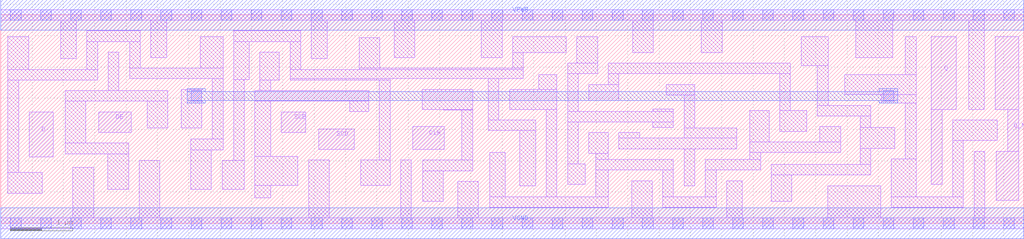
<source format=lef>
# Copyright 2020 The SkyWater PDK Authors
#
# Licensed under the Apache License, Version 2.0 (the "License");
# you may not use this file except in compliance with the License.
# You may obtain a copy of the License at
#
#     https://www.apache.org/licenses/LICENSE-2.0
#
# Unless required by applicable law or agreed to in writing, software
# distributed under the License is distributed on an "AS IS" BASIS,
# WITHOUT WARRANTIES OR CONDITIONS OF ANY KIND, either express or implied.
# See the License for the specific language governing permissions and
# limitations under the License.
#
# SPDX-License-Identifier: Apache-2.0

VERSION 5.7 ;
  NOWIREEXTENSIONATPIN ON ;
  DIVIDERCHAR "/" ;
  BUSBITCHARS "[]" ;
UNITS
  DATABASE MICRONS 200 ;
END UNITS
MACRO sky130_fd_sc_hs__sedfxbp_1
  CLASS CORE ;
  FOREIGN sky130_fd_sc_hs__sedfxbp_1 ;
  ORIGIN  0.000000  0.000000 ;
  SIZE  16.32000 BY  3.330000 ;
  SYMMETRY X Y ;
  SITE unit ;
  PIN D
    ANTENNAGATEAREA  0.159000 ;
    DIRECTION INPUT ;
    USE SIGNAL ;
    PORT
      LAYER li1 ;
        RECT 0.455000 1.060000 0.835000 1.780000 ;
    END
  END D
  PIN DE
    ANTENNAGATEAREA  0.318000 ;
    DIRECTION INPUT ;
    USE SIGNAL ;
    PORT
      LAYER li1 ;
        RECT 1.565000 1.450000 2.085000 1.780000 ;
    END
  END DE
  PIN Q
    ANTENNADIFFAREA  0.541300 ;
    DIRECTION OUTPUT ;
    USE SIGNAL ;
    PORT
      LAYER li1 ;
        RECT 14.845000 0.620000 15.015000 1.820000 ;
        RECT 14.845000 1.820000 15.240000 2.980000 ;
    END
  END Q
  PIN Q_N
    ANTENNADIFFAREA  0.541300 ;
    DIRECTION OUTPUT ;
    USE SIGNAL ;
    PORT
      LAYER li1 ;
        RECT 15.860000 1.820000 16.235000 2.980000 ;
        RECT 15.875000 0.370000 16.235000 1.150000 ;
        RECT 16.065000 1.150000 16.235000 1.820000 ;
    END
  END Q_N
  PIN SCD
    ANTENNAGATEAREA  0.159000 ;
    DIRECTION INPUT ;
    USE SIGNAL ;
    PORT
      LAYER li1 ;
        RECT 5.075000 1.180000 5.635000 1.510000 ;
    END
  END SCD
  PIN SCE
    ANTENNAGATEAREA  0.318000 ;
    DIRECTION INPUT ;
    USE SIGNAL ;
    PORT
      LAYER li1 ;
        RECT 4.475000 1.450000 4.865000 1.780000 ;
    END
  END SCE
  PIN CLK
    ANTENNAGATEAREA  0.279000 ;
    DIRECTION INPUT ;
    USE CLOCK ;
    PORT
      LAYER li1 ;
        RECT 6.575000 1.180000 7.075000 1.550000 ;
    END
  END CLK
  PIN VGND
    DIRECTION INOUT ;
    USE GROUND ;
    PORT
      LAYER met1 ;
        RECT 0.000000 -0.245000 16.320000 0.245000 ;
    END
  END VGND
  PIN VPWR
    DIRECTION INOUT ;
    USE POWER ;
    PORT
      LAYER met1 ;
        RECT 0.000000 3.085000 16.320000 3.575000 ;
    END
  END VPWR
  OBS
    LAYER li1 ;
      RECT  0.000000 -0.085000 16.320000 0.085000 ;
      RECT  0.000000  3.245000 16.320000 3.415000 ;
      RECT  0.115000  0.480000  0.660000 0.810000 ;
      RECT  0.115000  0.810000  0.285000 2.290000 ;
      RECT  0.115000  2.290000  1.545000 2.460000 ;
      RECT  0.115000  2.460000  0.445000 2.980000 ;
      RECT  0.955000  2.630000  1.205000 3.245000 ;
      RECT  1.025000  1.110000  2.040000 1.280000 ;
      RECT  1.025000  1.280000  1.355000 1.950000 ;
      RECT  1.025000  1.950000  2.665000 2.120000 ;
      RECT  1.150000  0.085000  1.480000 0.890000 ;
      RECT  1.375000  2.460000  1.545000 2.905000 ;
      RECT  1.375000  2.905000  2.225000 3.075000 ;
      RECT  1.710000  0.545000  2.040000 1.110000 ;
      RECT  1.715000  2.120000  1.885000 2.735000 ;
      RECT  2.055000  2.310000  3.545000 2.480000 ;
      RECT  2.055000  2.480000  2.225000 2.905000 ;
      RECT  2.210000  0.085000  2.540000 1.005000 ;
      RECT  2.335000  1.525000  2.665000 1.950000 ;
      RECT  2.395000  2.650000  2.645000 3.245000 ;
      RECT  2.875000  1.525000  3.205000 2.140000 ;
      RECT  3.030000  0.545000  3.360000 1.175000 ;
      RECT  3.030000  1.175000  3.545000 1.345000 ;
      RECT  3.185000  2.480000  3.545000 2.980000 ;
      RECT  3.375000  1.345000  3.545000 2.310000 ;
      RECT  3.530000  0.545000  3.885000 1.005000 ;
      RECT  3.715000  1.005000  3.885000 2.300000 ;
      RECT  3.715000  2.300000  3.965000 2.905000 ;
      RECT  3.715000  2.905000  4.785000 3.075000 ;
      RECT  4.055000  0.410000  4.305000 0.605000 ;
      RECT  4.055000  0.605000  4.740000 1.065000 ;
      RECT  4.055000  1.065000  4.305000 1.950000 ;
      RECT  4.055000  1.950000  5.870000 2.120000 ;
      RECT  4.135000  2.120000  4.305000 2.290000 ;
      RECT  4.135000  2.290000  4.445000 2.735000 ;
      RECT  4.615000  2.290000  6.210000 2.310000 ;
      RECT  4.615000  2.310000  8.335000 2.460000 ;
      RECT  4.615000  2.460000  4.785000 2.905000 ;
      RECT  4.910000  0.085000  5.240000 1.010000 ;
      RECT  4.955000  2.630000  5.205000 3.245000 ;
      RECT  5.565000  1.790000  5.870000 1.950000 ;
      RECT  5.715000  2.460000  8.335000 2.480000 ;
      RECT  5.715000  2.480000  6.045000 2.970000 ;
      RECT  5.740000  0.605000  6.210000 1.010000 ;
      RECT  6.040000  1.010000  6.210000 2.290000 ;
      RECT  6.275000  2.650000  6.605000 3.245000 ;
      RECT  6.380000  0.085000  6.550000 1.010000 ;
      RECT  6.725000  1.820000  7.525000 2.140000 ;
      RECT  6.730000  0.350000  7.060000 0.840000 ;
      RECT  6.730000  0.840000  7.525000 1.010000 ;
      RECT  7.055000  1.810000  7.525000 1.820000 ;
      RECT  7.290000  0.085000  7.620000 0.670000 ;
      RECT  7.355000  1.010000  7.525000 1.810000 ;
      RECT  7.665000  2.650000  7.995000 3.245000 ;
      RECT  7.775000  1.480000  8.530000 1.650000 ;
      RECT  7.775000  1.650000  7.945000 2.310000 ;
      RECT  7.800000  0.255000  9.690000 0.425000 ;
      RECT  7.800000  0.425000  8.050000 1.130000 ;
      RECT  8.115000  1.820000  8.870000 2.140000 ;
      RECT  8.165000  2.480000  8.335000 2.730000 ;
      RECT  8.165000  2.730000  9.020000 2.980000 ;
      RECT  8.280000  0.595000  8.530000 1.480000 ;
      RECT  8.585000  2.140000  8.870000 2.380000 ;
      RECT  8.700000  0.425000  8.870000 1.820000 ;
      RECT  9.040000  0.620000  9.320000 0.950000 ;
      RECT  9.040000  0.950000  9.210000 1.620000 ;
      RECT  9.040000  1.620000 10.730000 1.790000 ;
      RECT  9.040000  1.790000  9.210000 2.390000 ;
      RECT  9.040000  2.390000  9.520000 2.560000 ;
      RECT  9.190000  2.560000  9.520000 2.980000 ;
      RECT  9.380000  1.120000  9.690000 1.450000 ;
      RECT  9.380000  1.960000  9.860000 2.220000 ;
      RECT  9.490000  0.425000  9.690000 0.850000 ;
      RECT  9.490000  0.850000 10.730000 1.020000 ;
      RECT  9.490000  1.020000  9.690000 1.120000 ;
      RECT  9.690000  2.220000  9.860000 2.390000 ;
      RECT  9.690000  2.390000 12.595000 2.560000 ;
      RECT  9.860000  1.190000 11.740000 1.360000 ;
      RECT  9.860000  1.360000 10.190000 1.450000 ;
      RECT 10.065000  0.085000 10.390000 0.680000 ;
      RECT 10.080000  2.730000 10.410000 3.245000 ;
      RECT 10.400000  1.530000 10.730000 1.620000 ;
      RECT 10.400000  1.790000 10.730000 1.830000 ;
      RECT 10.560000  0.255000 11.410000 0.425000 ;
      RECT 10.560000  0.425000 10.730000 0.850000 ;
      RECT 10.615000  2.050000 11.070000 2.220000 ;
      RECT 10.900000  0.595000 11.070000 1.190000 ;
      RECT 10.900000  1.360000 11.740000 1.520000 ;
      RECT 10.900000  1.520000 11.070000 2.050000 ;
      RECT 11.175000  2.730000 11.505000 3.245000 ;
      RECT 11.240000  0.425000 11.410000 0.850000 ;
      RECT 11.240000  0.850000 12.120000 1.020000 ;
      RECT 11.580000  0.085000 11.830000 0.680000 ;
      RECT 11.950000  1.020000 12.120000 1.130000 ;
      RECT 11.950000  1.130000 13.395000 1.300000 ;
      RECT 11.950000  1.300000 12.255000 1.800000 ;
      RECT 12.290000  0.350000 12.620000 0.770000 ;
      RECT 12.290000  0.770000 13.875000 0.940000 ;
      RECT 12.425000  1.470000 12.855000 1.800000 ;
      RECT 12.425000  1.800000 12.595000 2.390000 ;
      RECT 12.765000  2.520000 13.195000 2.980000 ;
      RECT 13.025000  1.715000 13.875000 1.885000 ;
      RECT 13.025000  1.885000 13.195000 2.520000 ;
      RECT 13.065000  1.300000 13.395000 1.545000 ;
      RECT 13.190000  0.085000 14.035000 0.600000 ;
      RECT 13.460000  2.055000 14.600000 2.380000 ;
      RECT 13.640000  2.650000 14.230000 3.245000 ;
      RECT 13.705000  0.940000 13.875000 1.200000 ;
      RECT 13.705000  1.200000 14.260000 1.530000 ;
      RECT 13.705000  1.530000 13.875000 1.715000 ;
      RECT 14.045000  1.920000 14.600000 2.055000 ;
      RECT 14.205000  0.255000 15.355000 0.425000 ;
      RECT 14.205000  0.425000 14.600000 1.030000 ;
      RECT 14.430000  1.030000 14.600000 1.920000 ;
      RECT 14.430000  2.380000 14.600000 2.980000 ;
      RECT 15.185000  0.425000 15.355000 1.320000 ;
      RECT 15.185000  1.320000 15.895000 1.650000 ;
      RECT 15.440000  1.820000 15.690000 3.245000 ;
      RECT 15.525000  0.085000 15.695000 1.150000 ;
    LAYER mcon ;
      RECT  0.155000 -0.085000  0.325000 0.085000 ;
      RECT  0.155000  3.245000  0.325000 3.415000 ;
      RECT  0.635000 -0.085000  0.805000 0.085000 ;
      RECT  0.635000  3.245000  0.805000 3.415000 ;
      RECT  1.115000 -0.085000  1.285000 0.085000 ;
      RECT  1.115000  3.245000  1.285000 3.415000 ;
      RECT  1.595000 -0.085000  1.765000 0.085000 ;
      RECT  1.595000  3.245000  1.765000 3.415000 ;
      RECT  2.075000 -0.085000  2.245000 0.085000 ;
      RECT  2.075000  3.245000  2.245000 3.415000 ;
      RECT  2.555000 -0.085000  2.725000 0.085000 ;
      RECT  2.555000  3.245000  2.725000 3.415000 ;
      RECT  3.035000 -0.085000  3.205000 0.085000 ;
      RECT  3.035000  1.950000  3.205000 2.120000 ;
      RECT  3.035000  3.245000  3.205000 3.415000 ;
      RECT  3.515000 -0.085000  3.685000 0.085000 ;
      RECT  3.515000  3.245000  3.685000 3.415000 ;
      RECT  3.995000 -0.085000  4.165000 0.085000 ;
      RECT  3.995000  3.245000  4.165000 3.415000 ;
      RECT  4.475000 -0.085000  4.645000 0.085000 ;
      RECT  4.475000  3.245000  4.645000 3.415000 ;
      RECT  4.955000 -0.085000  5.125000 0.085000 ;
      RECT  4.955000  3.245000  5.125000 3.415000 ;
      RECT  5.435000 -0.085000  5.605000 0.085000 ;
      RECT  5.435000  3.245000  5.605000 3.415000 ;
      RECT  5.915000 -0.085000  6.085000 0.085000 ;
      RECT  5.915000  3.245000  6.085000 3.415000 ;
      RECT  6.395000 -0.085000  6.565000 0.085000 ;
      RECT  6.395000  3.245000  6.565000 3.415000 ;
      RECT  6.875000 -0.085000  7.045000 0.085000 ;
      RECT  6.875000  3.245000  7.045000 3.415000 ;
      RECT  7.355000 -0.085000  7.525000 0.085000 ;
      RECT  7.355000  3.245000  7.525000 3.415000 ;
      RECT  7.835000 -0.085000  8.005000 0.085000 ;
      RECT  7.835000  3.245000  8.005000 3.415000 ;
      RECT  8.315000 -0.085000  8.485000 0.085000 ;
      RECT  8.315000  3.245000  8.485000 3.415000 ;
      RECT  8.795000 -0.085000  8.965000 0.085000 ;
      RECT  8.795000  3.245000  8.965000 3.415000 ;
      RECT  9.275000 -0.085000  9.445000 0.085000 ;
      RECT  9.275000  3.245000  9.445000 3.415000 ;
      RECT  9.755000 -0.085000  9.925000 0.085000 ;
      RECT  9.755000  3.245000  9.925000 3.415000 ;
      RECT 10.235000 -0.085000 10.405000 0.085000 ;
      RECT 10.235000  3.245000 10.405000 3.415000 ;
      RECT 10.715000 -0.085000 10.885000 0.085000 ;
      RECT 10.715000  3.245000 10.885000 3.415000 ;
      RECT 11.195000 -0.085000 11.365000 0.085000 ;
      RECT 11.195000  3.245000 11.365000 3.415000 ;
      RECT 11.675000 -0.085000 11.845000 0.085000 ;
      RECT 11.675000  3.245000 11.845000 3.415000 ;
      RECT 12.155000 -0.085000 12.325000 0.085000 ;
      RECT 12.155000  3.245000 12.325000 3.415000 ;
      RECT 12.635000 -0.085000 12.805000 0.085000 ;
      RECT 12.635000  3.245000 12.805000 3.415000 ;
      RECT 13.115000 -0.085000 13.285000 0.085000 ;
      RECT 13.115000  3.245000 13.285000 3.415000 ;
      RECT 13.595000 -0.085000 13.765000 0.085000 ;
      RECT 13.595000  3.245000 13.765000 3.415000 ;
      RECT 14.075000 -0.085000 14.245000 0.085000 ;
      RECT 14.075000  1.950000 14.245000 2.120000 ;
      RECT 14.075000  3.245000 14.245000 3.415000 ;
      RECT 14.555000 -0.085000 14.725000 0.085000 ;
      RECT 14.555000  3.245000 14.725000 3.415000 ;
      RECT 15.035000 -0.085000 15.205000 0.085000 ;
      RECT 15.035000  3.245000 15.205000 3.415000 ;
      RECT 15.515000 -0.085000 15.685000 0.085000 ;
      RECT 15.515000  3.245000 15.685000 3.415000 ;
      RECT 15.995000 -0.085000 16.165000 0.085000 ;
      RECT 15.995000  3.245000 16.165000 3.415000 ;
    LAYER met1 ;
      RECT  2.975000 1.920000  3.265000 1.965000 ;
      RECT  2.975000 1.965000 14.305000 2.105000 ;
      RECT  2.975000 2.105000  3.265000 2.150000 ;
      RECT 14.015000 1.920000 14.305000 1.965000 ;
      RECT 14.015000 2.105000 14.305000 2.150000 ;
  END
END sky130_fd_sc_hs__sedfxbp_1
END LIBRARY

</source>
